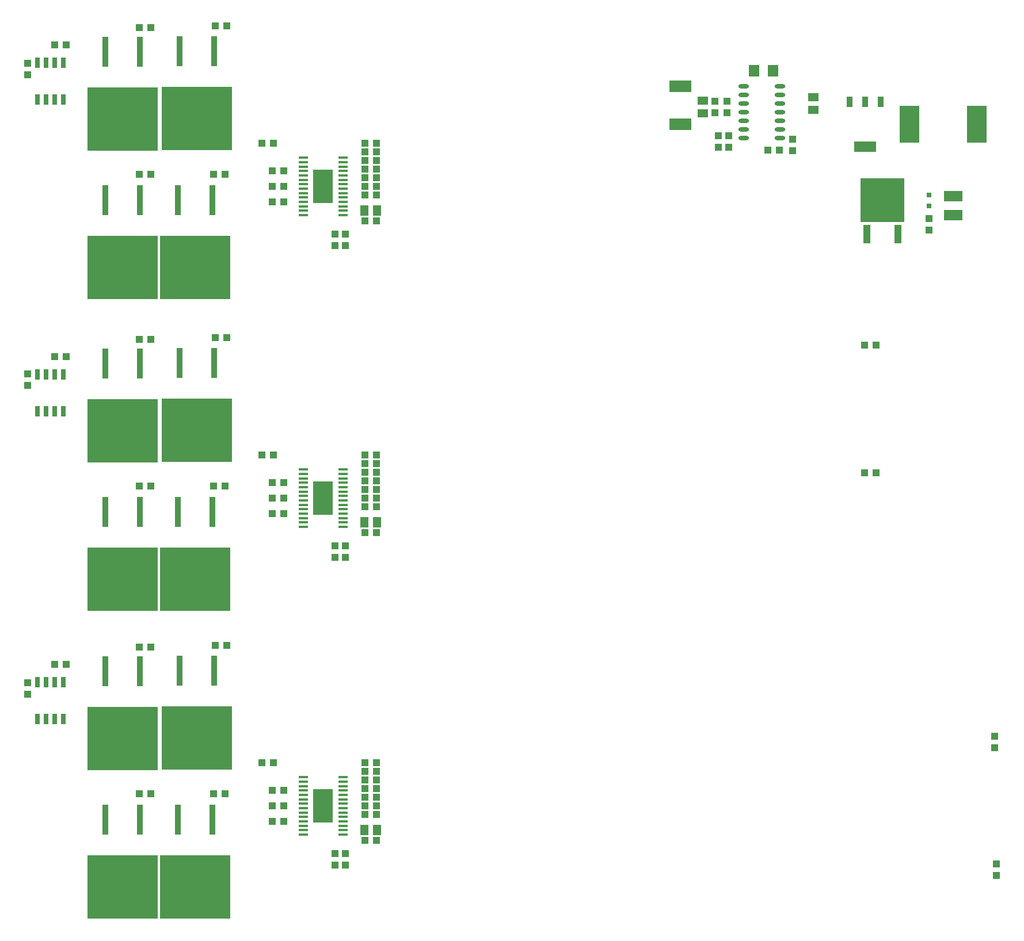
<source format=gbr>
%TF.GenerationSoftware,Altium Limited,Altium Designer,19.1.5 (86)*%
G04 Layer_Color=8421504*
%FSLAX26Y26*%
%MOIN*%
%TF.FileFunction,Paste,Top*%
%TF.Part,Single*%
G01*
G75*
%TA.AperFunction,SMDPad,CuDef*%
%ADD10R,0.039370X0.043307*%
%ADD11R,0.043307X0.039370*%
%ADD12R,0.059055X0.051181*%
%ADD13R,0.051181X0.059055*%
%ADD14R,0.025591X0.060039*%
%ADD15R,0.058071X0.017716*%
%ADD16R,0.118110X0.196850*%
%ADD17R,0.409449X0.366142*%
%ADD18R,0.037402X0.173228*%
%ADD19R,0.035433X0.062992*%
%ADD20R,0.125984X0.062992*%
%ADD21R,0.114173X0.212598*%
%ADD22R,0.062992X0.070866*%
%ADD23R,0.125984X0.070866*%
%ADD24R,0.043307X0.106299*%
%ADD25R,0.255905X0.255905*%
%ADD26R,0.031496X0.031496*%
%ADD27R,0.106299X0.062992*%
%ADD28O,0.061024X0.023622*%
D10*
X50000Y4906535D02*
D03*
Y4973465D02*
D03*
Y1316535D02*
D03*
Y1383465D02*
D03*
Y3106535D02*
D03*
Y3173465D02*
D03*
X5270000Y4006535D02*
D03*
Y4073465D02*
D03*
X4100000Y4753465D02*
D03*
Y4686535D02*
D03*
X4030000Y4686535D02*
D03*
Y4753465D02*
D03*
X4480000Y4533465D02*
D03*
Y4466535D02*
D03*
X4050000Y4553465D02*
D03*
Y4486535D02*
D03*
X4110000Y4486535D02*
D03*
Y4553465D02*
D03*
X1830000Y3983465D02*
D03*
Y3916535D02*
D03*
X1890000Y3916535D02*
D03*
Y3983465D02*
D03*
X1830000Y2176929D02*
D03*
Y2110000D02*
D03*
X1890000Y2110000D02*
D03*
Y2176929D02*
D03*
X1830000Y326536D02*
D03*
Y393465D02*
D03*
X1890000Y393464D02*
D03*
Y326535D02*
D03*
X5650000Y1073465D02*
D03*
Y1006535D02*
D03*
X5660000Y333465D02*
D03*
Y266536D02*
D03*
D11*
X4896535Y2600000D02*
D03*
X4963465D02*
D03*
X4896535Y3340000D02*
D03*
X4963465D02*
D03*
X4403465Y4470000D02*
D03*
X4336535D02*
D03*
X273465Y5080000D02*
D03*
X206536D02*
D03*
X1533465Y4350000D02*
D03*
X1466536D02*
D03*
X1466535Y4260000D02*
D03*
X1533465D02*
D03*
X1533465Y4170000D02*
D03*
X1466536D02*
D03*
X2070000Y4060000D02*
D03*
X2003071D02*
D03*
X763465Y4330000D02*
D03*
X696536D02*
D03*
X2003071Y4510000D02*
D03*
X2070000D02*
D03*
X2070000Y4460000D02*
D03*
X2003071D02*
D03*
X2070000Y4410000D02*
D03*
X2003071D02*
D03*
X2070000Y4360000D02*
D03*
X2003071D02*
D03*
X2070000Y4310000D02*
D03*
X2003071D02*
D03*
X1193465Y4330000D02*
D03*
X1126536D02*
D03*
X2070000Y4260000D02*
D03*
X2003071D02*
D03*
X2070000Y4210000D02*
D03*
X2003071D02*
D03*
X1203465Y5190000D02*
D03*
X1136536D02*
D03*
X1473465Y4510000D02*
D03*
X1406536D02*
D03*
X273465Y3273465D02*
D03*
X206536D02*
D03*
X1533465Y2543465D02*
D03*
X1466535D02*
D03*
X1466535Y2453465D02*
D03*
X1533465D02*
D03*
X1533465Y2363465D02*
D03*
X1466535D02*
D03*
X2070000Y2253465D02*
D03*
X2003071D02*
D03*
X763465Y2523465D02*
D03*
X696535D02*
D03*
X2003071Y2703465D02*
D03*
X2070000D02*
D03*
X2070000Y2653465D02*
D03*
X2003071D02*
D03*
X2070000Y2603465D02*
D03*
X2003071D02*
D03*
X2070000Y2553465D02*
D03*
X2003071D02*
D03*
X2070000Y2503465D02*
D03*
X2003071D02*
D03*
X1193465Y2523465D02*
D03*
X1126535D02*
D03*
X2070000Y2453465D02*
D03*
X2003071D02*
D03*
X2070000Y2403465D02*
D03*
X2003071D02*
D03*
X1203465Y3383465D02*
D03*
X1136535D02*
D03*
X1473465Y2703465D02*
D03*
X1406535D02*
D03*
X696535Y3373465D02*
D03*
X763465D02*
D03*
X696536Y5180000D02*
D03*
X763465D02*
D03*
X206536Y1490000D02*
D03*
X273465D02*
D03*
X1136536Y1600000D02*
D03*
X1203465D02*
D03*
X2003071Y470000D02*
D03*
X2070000D02*
D03*
X2003071Y620000D02*
D03*
X2070000D02*
D03*
X2003071Y720000D02*
D03*
X2070000D02*
D03*
X2003071Y670000D02*
D03*
X2070000D02*
D03*
X2003071Y770000D02*
D03*
X2070000D02*
D03*
X2003071Y820000D02*
D03*
X2070000D02*
D03*
X2003071Y870000D02*
D03*
X2070000D02*
D03*
X2070000Y920000D02*
D03*
X2003071D02*
D03*
X1466536Y580000D02*
D03*
X1533465D02*
D03*
X1533465Y670000D02*
D03*
X1466535D02*
D03*
X1466536Y760000D02*
D03*
X1533465D02*
D03*
X1406536Y920000D02*
D03*
X1473465D02*
D03*
X1126536Y740000D02*
D03*
X1193465D02*
D03*
X696536D02*
D03*
X763465D02*
D03*
Y1590000D02*
D03*
X696536D02*
D03*
D12*
X3960000Y4757402D02*
D03*
Y4682599D02*
D03*
X4600000Y4702599D02*
D03*
Y4777402D02*
D03*
D13*
X1999134Y4120000D02*
D03*
X2073937D02*
D03*
X1999134Y2313465D02*
D03*
X2073937D02*
D03*
X2073937Y530000D02*
D03*
X1999134D02*
D03*
D14*
X105000Y4763228D02*
D03*
X155000D02*
D03*
X205000D02*
D03*
X255000D02*
D03*
Y4976772D02*
D03*
X205000D02*
D03*
X155000D02*
D03*
X105000D02*
D03*
X105000Y2956693D02*
D03*
X155000D02*
D03*
X205000D02*
D03*
X255000D02*
D03*
Y3170236D02*
D03*
X205000D02*
D03*
X155000D02*
D03*
X105000D02*
D03*
X105000Y1386772D02*
D03*
X155000D02*
D03*
X205000D02*
D03*
X255000D02*
D03*
Y1173228D02*
D03*
X205000D02*
D03*
X155000D02*
D03*
X105000D02*
D03*
D15*
X1644331Y4426339D02*
D03*
Y4400748D02*
D03*
Y4375158D02*
D03*
Y4349567D02*
D03*
Y4323976D02*
D03*
Y4298386D02*
D03*
Y4272795D02*
D03*
Y4247205D02*
D03*
Y4221614D02*
D03*
Y4196024D02*
D03*
Y4170433D02*
D03*
Y4144842D02*
D03*
Y4119252D02*
D03*
Y4093661D02*
D03*
X1875669D02*
D03*
Y4119252D02*
D03*
Y4144842D02*
D03*
Y4170433D02*
D03*
Y4196024D02*
D03*
Y4221614D02*
D03*
Y4247205D02*
D03*
Y4272795D02*
D03*
Y4298386D02*
D03*
Y4323976D02*
D03*
Y4349567D02*
D03*
Y4375158D02*
D03*
Y4400748D02*
D03*
Y4426339D02*
D03*
X1644331Y2619803D02*
D03*
Y2594213D02*
D03*
Y2568622D02*
D03*
Y2543032D02*
D03*
Y2517441D02*
D03*
Y2491850D02*
D03*
Y2466260D02*
D03*
Y2440669D02*
D03*
Y2415079D02*
D03*
Y2389488D02*
D03*
Y2363898D02*
D03*
Y2338307D02*
D03*
Y2312717D02*
D03*
Y2287126D02*
D03*
X1875669D02*
D03*
Y2312717D02*
D03*
Y2338307D02*
D03*
Y2363898D02*
D03*
Y2389488D02*
D03*
Y2415079D02*
D03*
Y2440669D02*
D03*
Y2466260D02*
D03*
Y2491850D02*
D03*
Y2517441D02*
D03*
Y2543032D02*
D03*
Y2568622D02*
D03*
Y2594213D02*
D03*
Y2619803D02*
D03*
X1875669Y836339D02*
D03*
Y810748D02*
D03*
Y785158D02*
D03*
Y759567D02*
D03*
Y733976D02*
D03*
Y708386D02*
D03*
Y682795D02*
D03*
Y657205D02*
D03*
Y631614D02*
D03*
Y606024D02*
D03*
Y580433D02*
D03*
Y554842D02*
D03*
Y529252D02*
D03*
Y503661D02*
D03*
X1644331D02*
D03*
Y529252D02*
D03*
Y554842D02*
D03*
Y580433D02*
D03*
Y606024D02*
D03*
Y631614D02*
D03*
Y657205D02*
D03*
Y682795D02*
D03*
Y708386D02*
D03*
Y733976D02*
D03*
Y759567D02*
D03*
Y785158D02*
D03*
Y810748D02*
D03*
Y836339D02*
D03*
D16*
X1760000Y4260000D02*
D03*
X1760000Y2453465D02*
D03*
X1760000Y670000D02*
D03*
D17*
X600000Y3790000D02*
D03*
Y4650000D02*
D03*
X1020000Y3790000D02*
D03*
X1030000Y4652362D02*
D03*
X600000Y1983465D02*
D03*
Y2843465D02*
D03*
X1020000Y1983465D02*
D03*
X1030000Y2845827D02*
D03*
X600000Y1060000D02*
D03*
X1030000Y1062362D02*
D03*
X600000Y200000D02*
D03*
X1020000D02*
D03*
D18*
X500000Y4181732D02*
D03*
X700000D02*
D03*
X500000Y5041732D02*
D03*
X700000D02*
D03*
X920000Y4181732D02*
D03*
X1120000D02*
D03*
X930000Y5044094D02*
D03*
X1130000D02*
D03*
X500000Y2375197D02*
D03*
X700000D02*
D03*
X500000Y3235197D02*
D03*
X700000D02*
D03*
X920000Y2375197D02*
D03*
X1120000D02*
D03*
X930000Y3237559D02*
D03*
X1130000D02*
D03*
X700000Y1451732D02*
D03*
X500000D02*
D03*
X1130000Y1454094D02*
D03*
X930000D02*
D03*
X700000Y591732D02*
D03*
X500000D02*
D03*
X1120000D02*
D03*
X920000D02*
D03*
D19*
X4990551Y4749921D02*
D03*
X4900000D02*
D03*
X4809449D02*
D03*
D20*
X4900000Y4490079D02*
D03*
D21*
X5155118Y4620000D02*
D03*
X5544882D02*
D03*
D22*
X4254882Y4930000D02*
D03*
X4365118D02*
D03*
D23*
X3830000Y4619764D02*
D03*
Y4840236D02*
D03*
D24*
X4909449Y3983583D02*
D03*
X5090551D02*
D03*
D25*
X5000000Y4180000D02*
D03*
D26*
X5270000Y4148504D02*
D03*
Y4211496D02*
D03*
D27*
X5410000Y4094882D02*
D03*
Y4205118D02*
D03*
D28*
X4195669Y4840000D02*
D03*
Y4790000D02*
D03*
Y4740000D02*
D03*
Y4690000D02*
D03*
Y4640000D02*
D03*
Y4590000D02*
D03*
Y4540000D02*
D03*
X4404331Y4840000D02*
D03*
Y4790000D02*
D03*
Y4740000D02*
D03*
Y4690000D02*
D03*
Y4640000D02*
D03*
Y4590000D02*
D03*
Y4540000D02*
D03*
%TF.MD5,07b5f38c1e35689e7cc5897d6d4919d6*%
M02*

</source>
